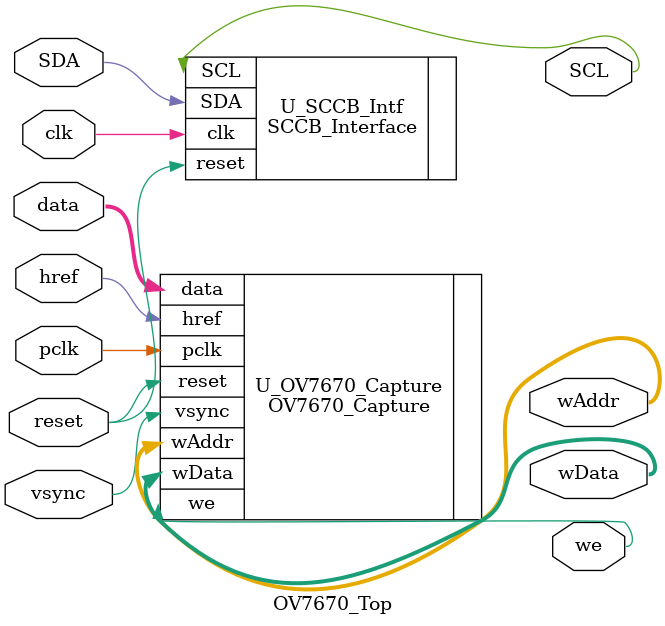
<source format=sv>
module OV7670_Top #(
    parameter DATA_WIDTH  = 8,
    parameter RGB_WIDTH   = 16,
    parameter IMG_WIDTH   = 320,
    parameter IMG_HEIGHT  = 240,
    parameter CROP_WIDTH  = 176,
    parameter CROP_HEIGHT = 240,
    parameter ADDR_WIDTH  = $clog2(CROP_WIDTH * CROP_HEIGHT)
) (
    input  logic                  clk,
    input  logic                  reset,
    output tri                    SCL,
    inout  tri                    SDA,
    input  logic                  pclk,
    input  logic                  href,
    input  logic                  vsync,
    input  logic [DATA_WIDTH-1:0] data,
    output logic                  we,
    output logic [ADDR_WIDTH-1:0] wAddr,
    output logic [ RGB_WIDTH-1:0] wData
);

    SCCB_Interface U_SCCB_Intf (
        .clk  (clk),
        .reset(reset),
        .SCL  (SCL),
        .SDA  (SDA)
    );

    OV7670_Capture #(
        .DATA_WIDTH (DATA_WIDTH),
        .IMG_WIDTH  (IMG_WIDTH),
        .IMG_HEIGHT (IMG_HEIGHT),
        .CROP_WIDTH (CROP_WIDTH),
        .CROP_HEIGHT(CROP_HEIGHT)
    ) U_OV7670_Capture (
        .pclk (pclk),
        .reset(reset),
        .href (href),
        .vsync(vsync),
        .data (data),
        .we   (we),
        .wAddr(wAddr),
        .wData(wData)
    );

endmodule

</source>
